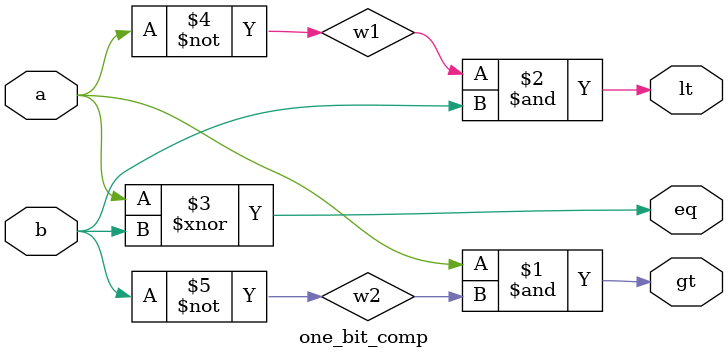
<source format=v>
`timescale 1ns / 1ps
module two_bit_using_one_bit_comp(a,b,gt,lt,eq);
    input [1:0] a,b;
    output gt,lt,eq;

	wire w1,w2,w3,w4,w5,w6,w7,w8;
	
	one_bit_comp c1(a[1],b[1],w1,w2,w3);
	one_bit_comp c2(a[0],b[0],w4,w5,w6);
	
	assign eq = w2 & w5;
	and a1(w7,w4,w2);
	and a2(w8,w6,w2);
	
	assign lt = w1 | w7;
	assign gt = w3 | w8;
	
endmodule


module one_bit_comp(a,b,lt,eq,gt);
	input a,b;
	output gt,lt,eq;
	
	wire w1,w2;
	
	not n1(w1,a);
	not n2(w2,b);
	
	assign gt = a&w2;
	assign lt = w1&b;
	assign eq = a ^~ b;
endmodule


</source>
